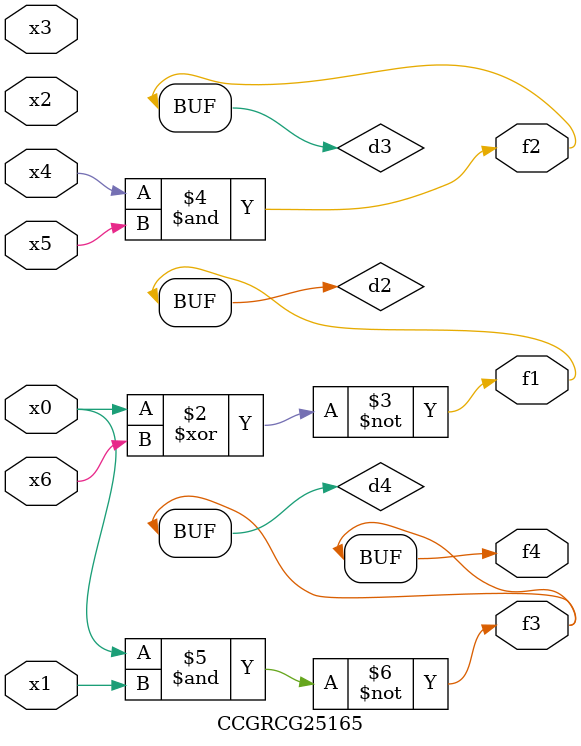
<source format=v>
module CCGRCG25165(
	input x0, x1, x2, x3, x4, x5, x6,
	output f1, f2, f3, f4
);

	wire d1, d2, d3, d4;

	nor (d1, x0);
	xnor (d2, x0, x6);
	and (d3, x4, x5);
	nand (d4, x0, x1);
	assign f1 = d2;
	assign f2 = d3;
	assign f3 = d4;
	assign f4 = d4;
endmodule

</source>
